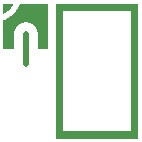
<source format=gbr>
G04 start of page 6 for group 1 layer_idx 8 *
G04 Title: (unknown), top_silk *
G04 Creator: <version>
G04 CreationDate: <date>
G04 For: TEST *
G04 Format: Gerber/RS-274X *
G04 PCB-Dimensions: 50000 50000 *
G04 PCB-Coordinate-Origin: lower left *
%MOIN*%
%FSLAX25Y25*%
%LNTOP_SILK_NONE_1*%
%ADD23C,0.0200*%
%ADD22C,0.0800*%
%ADD21C,0.0001*%
G54D21*G36*
X17500Y47500D02*Y32500D01*
X2500D01*
Y47500D01*
X17500D01*
G37*
G36*
X47500D02*Y2500D01*
X20000D01*
Y47500D01*
X47500D01*
G37*
%LPC*%
G36*
X45000Y45000D02*Y5000D01*
X22500D01*
Y45000D01*
X45000D01*
G37*
G54D22*X10000Y25000D02*Y37500D01*
G54D23*X0Y42500D02*G75*G03X7500Y50000I0J7500D01*G01*
%LPD*%
X10000Y27500D02*Y37500D01*
M02*

</source>
